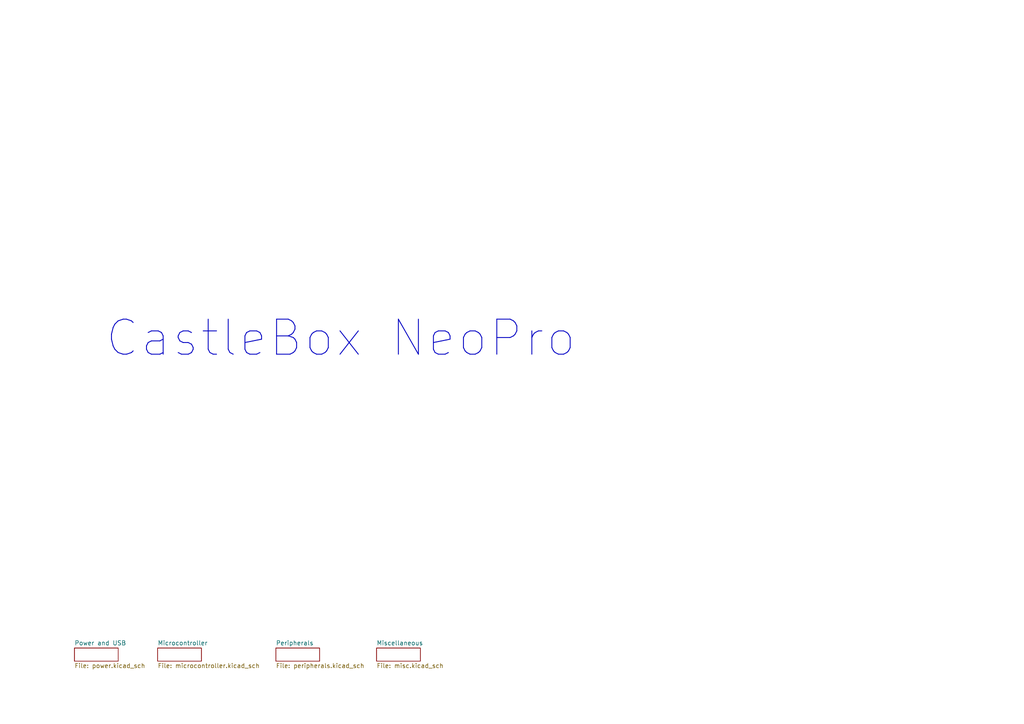
<source format=kicad_sch>
(kicad_sch
	(version 20250114)
	(generator "eeschema")
	(generator_version "9.0")
	(uuid "7a7ced68-0c18-429c-b5d2-fe4ce8afef91")
	(paper "A4")
	(title_block
		(title "CastleBox NeoPro")
		(date "2025-05-21")
		(rev "2.0")
	)
	(lib_symbols)
	(text "CastleBox NeoPro"
		(exclude_from_sim no)
		(at 30.226 98.298 0)
		(effects
			(font
				(size 10.16 10.16)
				(thickness 0.254)
				(bold yes)
			)
			(justify left)
		)
		(uuid "a384f131-c104-4a60-8780-b9f6003cffdf")
	)
	(sheet
		(at 80.01 187.96)
		(size 12.7 3.81)
		(exclude_from_sim no)
		(in_bom yes)
		(on_board yes)
		(dnp no)
		(fields_autoplaced yes)
		(stroke
			(width 0.1524)
			(type solid)
		)
		(fill
			(color 0 0 0 0.0000)
		)
		(uuid "362854fe-a587-441c-ab3b-02037eccc337")
		(property "Sheetname" "Peripherals"
			(at 80.01 187.2484 0)
			(effects
				(font
					(size 1.27 1.27)
				)
				(justify left bottom)
			)
		)
		(property "Sheetfile" "peripherals.kicad_sch"
			(at 80.01 192.3546 0)
			(effects
				(font
					(size 1.27 1.27)
				)
				(justify left top)
			)
		)
		(instances
			(project "CastleBox_NeoPro"
				(path "/7a7ced68-0c18-429c-b5d2-fe4ce8afef91"
					(page "4")
				)
			)
		)
	)
	(sheet
		(at 45.72 187.96)
		(size 12.7 3.81)
		(exclude_from_sim no)
		(in_bom yes)
		(on_board yes)
		(dnp no)
		(fields_autoplaced yes)
		(stroke
			(width 0.1524)
			(type solid)
		)
		(fill
			(color 0 0 0 0.0000)
		)
		(uuid "83707750-610a-45c2-8522-5f1e95d17d49")
		(property "Sheetname" "Microcontroller"
			(at 45.72 187.2484 0)
			(effects
				(font
					(size 1.27 1.27)
				)
				(justify left bottom)
			)
		)
		(property "Sheetfile" "microcontroller.kicad_sch"
			(at 45.72 192.3546 0)
			(effects
				(font
					(size 1.27 1.27)
				)
				(justify left top)
			)
		)
		(instances
			(project "CastleBox_NeoPro"
				(path "/7a7ced68-0c18-429c-b5d2-fe4ce8afef91"
					(page "3")
				)
			)
		)
	)
	(sheet
		(at 109.22 187.96)
		(size 12.7 3.81)
		(exclude_from_sim no)
		(in_bom yes)
		(on_board yes)
		(dnp no)
		(fields_autoplaced yes)
		(stroke
			(width 0.1524)
			(type solid)
		)
		(fill
			(color 0 0 0 0.0000)
		)
		(uuid "d3c06f25-630a-4359-b403-d275fbd55802")
		(property "Sheetname" "Miscellaneous"
			(at 109.22 187.2484 0)
			(effects
				(font
					(size 1.27 1.27)
				)
				(justify left bottom)
			)
		)
		(property "Sheetfile" "misc.kicad_sch"
			(at 109.22 192.3546 0)
			(effects
				(font
					(size 1.27 1.27)
				)
				(justify left top)
			)
		)
		(instances
			(project "CastleBox_NeoPro"
				(path "/7a7ced68-0c18-429c-b5d2-fe4ce8afef91"
					(page "5")
				)
			)
		)
	)
	(sheet
		(at 21.59 187.96)
		(size 12.7 3.81)
		(exclude_from_sim no)
		(in_bom yes)
		(on_board yes)
		(dnp no)
		(fields_autoplaced yes)
		(stroke
			(width 0.1524)
			(type solid)
		)
		(fill
			(color 0 0 0 0.0000)
		)
		(uuid "d3c46580-9f1c-4565-886c-6ada2b4bc419")
		(property "Sheetname" "Power and USB"
			(at 21.59 187.2484 0)
			(effects
				(font
					(size 1.27 1.27)
				)
				(justify left bottom)
			)
		)
		(property "Sheetfile" "power.kicad_sch"
			(at 21.59 192.3546 0)
			(effects
				(font
					(size 1.27 1.27)
				)
				(justify left top)
			)
		)
		(instances
			(project "CastleBox_NeoPro"
				(path "/7a7ced68-0c18-429c-b5d2-fe4ce8afef91"
					(page "2")
				)
			)
		)
	)
	(sheet_instances
		(path "/"
			(page "1")
		)
	)
	(embedded_fonts no)
)

</source>
